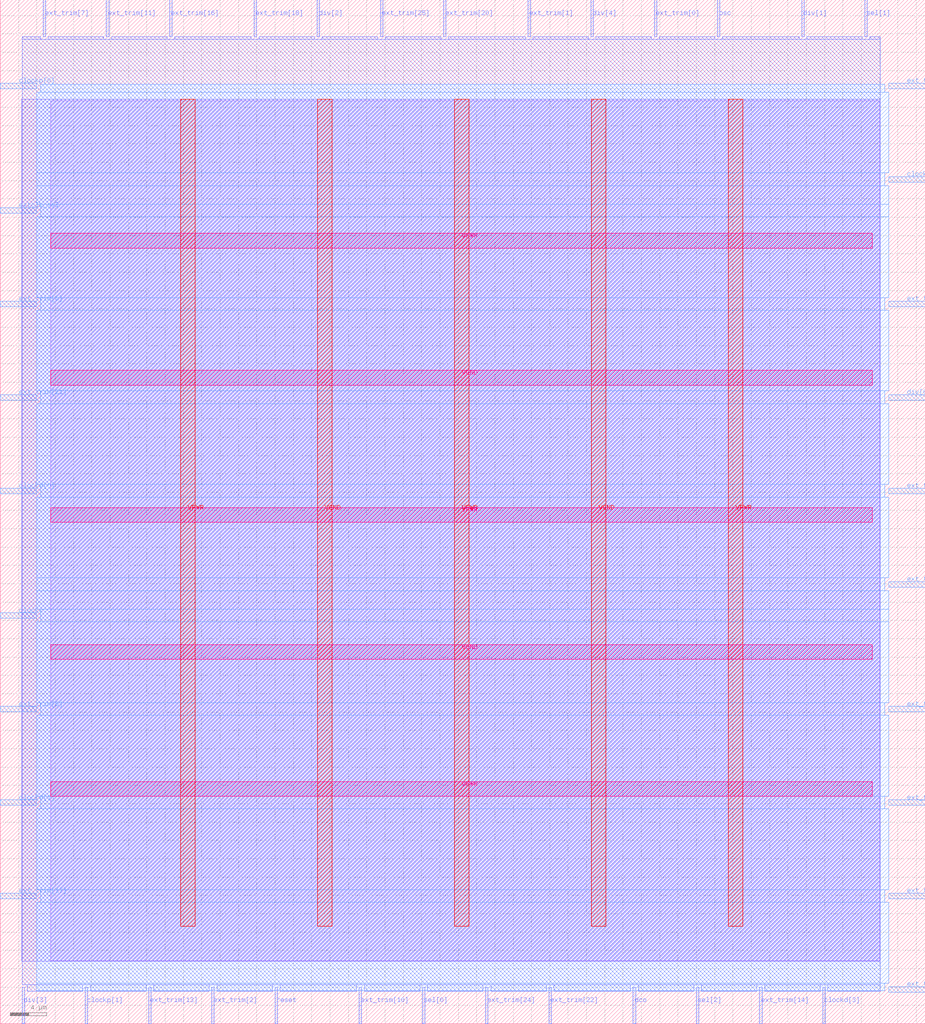
<source format=lef>
VERSION 5.7 ;
  NOWIREEXTENSIONATPIN ON ;
  DIVIDERCHAR "/" ;
  BUSBITCHARS "[]" ;
MACRO digital_pll
  CLASS BLOCK ;
  FOREIGN digital_pll ;
  ORIGIN 0.000 0.000 ;
  SIZE 100.980 BY 111.700 ;
  PIN clockc
    DIRECTION OUTPUT TRISTATE ;
    USE SIGNAL ;
    PORT
      LAYER met3 ;
        RECT 0.000 44.240 4.000 44.840 ;
    END
  END clockc
  PIN clockd[0]
    DIRECTION OUTPUT TRISTATE ;
    USE SIGNAL ;
    PORT
      LAYER met3 ;
        RECT 0.000 57.840 4.000 58.440 ;
    END
  END clockd[0]
  PIN clockd[1]
    DIRECTION OUTPUT TRISTATE ;
    USE SIGNAL ;
    PORT
      LAYER met3 ;
        RECT 0.000 23.840 4.000 24.440 ;
    END
  END clockd[1]
  PIN clockd[2]
    DIRECTION OUTPUT TRISTATE ;
    USE SIGNAL ;
    PORT
      LAYER met3 ;
        RECT 96.980 91.840 100.980 92.440 ;
    END
  END clockd[2]
  PIN clockd[3]
    DIRECTION OUTPUT TRISTATE ;
    USE SIGNAL ;
    PORT
      LAYER met2 ;
        RECT 89.790 0.000 90.070 4.000 ;
    END
  END clockd[3]
  PIN clockp[0]
    DIRECTION OUTPUT TRISTATE ;
    USE SIGNAL ;
    PORT
      LAYER met3 ;
        RECT 0.000 102.040 4.000 102.640 ;
    END
  END clockp[0]
  PIN clockp[1]
    DIRECTION OUTPUT TRISTATE ;
    USE SIGNAL ;
    PORT
      LAYER met2 ;
        RECT 9.290 0.000 9.570 4.000 ;
    END
  END clockp[1]
  PIN dco
    DIRECTION INPUT ;
    USE SIGNAL ;
    PORT
      LAYER met2 ;
        RECT 69.090 0.000 69.370 4.000 ;
    END
  END dco
  PIN div[0]
    DIRECTION INPUT ;
    USE SIGNAL ;
    PORT
      LAYER met3 ;
        RECT 96.980 68.040 100.980 68.640 ;
    END
  END div[0]
  PIN div[1]
    DIRECTION INPUT ;
    USE SIGNAL ;
    PORT
      LAYER met2 ;
        RECT 87.490 107.700 87.770 111.700 ;
    END
  END div[1]
  PIN div[2]
    DIRECTION INPUT ;
    USE SIGNAL ;
    PORT
      LAYER met2 ;
        RECT 34.590 107.700 34.870 111.700 ;
    END
  END div[2]
  PIN div[3]
    DIRECTION INPUT ;
    USE SIGNAL ;
    PORT
      LAYER met2 ;
        RECT 2.390 0.000 2.670 4.000 ;
    END
  END div[3]
  PIN div[4]
    DIRECTION INPUT ;
    USE SIGNAL ;
    PORT
      LAYER met2 ;
        RECT 64.490 107.700 64.770 111.700 ;
    END
  END div[4]
  PIN ext_trim[0]
    DIRECTION INPUT ;
    USE SIGNAL ;
    PORT
      LAYER met2 ;
        RECT 71.390 107.700 71.670 111.700 ;
    END
  END ext_trim[0]
  PIN ext_trim[10]
    DIRECTION INPUT ;
    USE SIGNAL ;
    PORT
      LAYER met2 ;
        RECT 39.190 0.000 39.470 4.000 ;
    END
  END ext_trim[10]
  PIN ext_trim[11]
    DIRECTION INPUT ;
    USE SIGNAL ;
    PORT
      LAYER met2 ;
        RECT 11.590 107.700 11.870 111.700 ;
    END
  END ext_trim[11]
  PIN ext_trim[12]
    DIRECTION INPUT ;
    USE SIGNAL ;
    PORT
      LAYER met3 ;
        RECT 96.980 23.840 100.980 24.440 ;
    END
  END ext_trim[12]
  PIN ext_trim[13]
    DIRECTION INPUT ;
    USE SIGNAL ;
    PORT
      LAYER met2 ;
        RECT 16.190 0.000 16.470 4.000 ;
    END
  END ext_trim[13]
  PIN ext_trim[14]
    DIRECTION INPUT ;
    USE SIGNAL ;
    PORT
      LAYER met2 ;
        RECT 82.890 0.000 83.170 4.000 ;
    END
  END ext_trim[14]
  PIN ext_trim[15]
    DIRECTION INPUT ;
    USE SIGNAL ;
    PORT
      LAYER met3 ;
        RECT 96.980 78.240 100.980 78.840 ;
    END
  END ext_trim[15]
  PIN ext_trim[16]
    DIRECTION INPUT ;
    USE SIGNAL ;
    PORT
      LAYER met2 ;
        RECT 18.490 107.700 18.770 111.700 ;
    END
  END ext_trim[16]
  PIN ext_trim[17]
    DIRECTION INPUT ;
    USE SIGNAL ;
    PORT
      LAYER met3 ;
        RECT 0.000 13.640 4.000 14.240 ;
    END
  END ext_trim[17]
  PIN ext_trim[18]
    DIRECTION INPUT ;
    USE SIGNAL ;
    PORT
      LAYER met2 ;
        RECT 27.690 107.700 27.970 111.700 ;
    END
  END ext_trim[18]
  PIN ext_trim[19]
    DIRECTION INPUT ;
    USE SIGNAL ;
    PORT
      LAYER met3 ;
        RECT 96.980 47.640 100.980 48.240 ;
    END
  END ext_trim[19]
  PIN ext_trim[1]
    DIRECTION INPUT ;
    USE SIGNAL ;
    PORT
      LAYER met2 ;
        RECT 57.590 107.700 57.870 111.700 ;
    END
  END ext_trim[1]
  PIN ext_trim[20]
    DIRECTION INPUT ;
    USE SIGNAL ;
    PORT
      LAYER met2 ;
        RECT 48.390 107.700 48.670 111.700 ;
    END
  END ext_trim[20]
  PIN ext_trim[21]
    DIRECTION INPUT ;
    USE SIGNAL ;
    PORT
      LAYER met3 ;
        RECT 0.000 68.040 4.000 68.640 ;
    END
  END ext_trim[21]
  PIN ext_trim[22]
    DIRECTION INPUT ;
    USE SIGNAL ;
    PORT
      LAYER met2 ;
        RECT 59.890 0.000 60.170 4.000 ;
    END
  END ext_trim[22]
  PIN ext_trim[23]
    DIRECTION INPUT ;
    USE SIGNAL ;
    PORT
      LAYER met3 ;
        RECT 96.980 102.040 100.980 102.640 ;
    END
  END ext_trim[23]
  PIN ext_trim[24]
    DIRECTION INPUT ;
    USE SIGNAL ;
    PORT
      LAYER met2 ;
        RECT 52.990 0.000 53.270 4.000 ;
    END
  END ext_trim[24]
  PIN ext_trim[25]
    DIRECTION INPUT ;
    USE SIGNAL ;
    PORT
      LAYER met2 ;
        RECT 41.490 107.700 41.770 111.700 ;
    END
  END ext_trim[25]
  PIN ext_trim[2]
    DIRECTION INPUT ;
    USE SIGNAL ;
    PORT
      LAYER met2 ;
        RECT 23.090 0.000 23.370 4.000 ;
    END
  END ext_trim[2]
  PIN ext_trim[3]
    DIRECTION INPUT ;
    USE SIGNAL ;
    PORT
      LAYER met3 ;
        RECT 96.980 34.040 100.980 34.640 ;
    END
  END ext_trim[3]
  PIN ext_trim[4]
    DIRECTION INPUT ;
    USE SIGNAL ;
    PORT
      LAYER met3 ;
        RECT 96.980 3.440 100.980 4.040 ;
    END
  END ext_trim[4]
  PIN ext_trim[5]
    DIRECTION INPUT ;
    USE SIGNAL ;
    PORT
      LAYER met3 ;
        RECT 96.980 57.840 100.980 58.440 ;
    END
  END ext_trim[5]
  PIN ext_trim[6]
    DIRECTION INPUT ;
    USE SIGNAL ;
    PORT
      LAYER met3 ;
        RECT 0.000 78.240 4.000 78.840 ;
    END
  END ext_trim[6]
  PIN ext_trim[7]
    DIRECTION INPUT ;
    USE SIGNAL ;
    PORT
      LAYER met2 ;
        RECT 4.690 107.700 4.970 111.700 ;
    END
  END ext_trim[7]
  PIN ext_trim[8]
    DIRECTION INPUT ;
    USE SIGNAL ;
    PORT
      LAYER met3 ;
        RECT 0.000 34.040 4.000 34.640 ;
    END
  END ext_trim[8]
  PIN ext_trim[9]
    DIRECTION INPUT ;
    USE SIGNAL ;
    PORT
      LAYER met3 ;
        RECT 96.980 13.640 100.980 14.240 ;
    END
  END ext_trim[9]
  PIN extclk_sel
    DIRECTION INPUT ;
    USE SIGNAL ;
    PORT
      LAYER met3 ;
        RECT 0.000 88.440 4.000 89.040 ;
    END
  END extclk_sel
  PIN osc
    DIRECTION INPUT ;
    USE SIGNAL ;
    PORT
      LAYER met2 ;
        RECT 78.290 107.700 78.570 111.700 ;
    END
  END osc
  PIN reset
    DIRECTION INPUT ;
    USE SIGNAL ;
    PORT
      LAYER met2 ;
        RECT 29.990 0.000 30.270 4.000 ;
    END
  END reset
  PIN sel[0]
    DIRECTION INPUT ;
    USE SIGNAL ;
    PORT
      LAYER met2 ;
        RECT 46.090 0.000 46.370 4.000 ;
    END
  END sel[0]
  PIN sel[1]
    DIRECTION INPUT ;
    USE SIGNAL ;
    PORT
      LAYER met2 ;
        RECT 94.390 107.700 94.670 111.700 ;
    END
  END sel[1]
  PIN sel[2]
    DIRECTION INPUT ;
    USE SIGNAL ;
    PORT
      LAYER met2 ;
        RECT 75.990 0.000 76.270 4.000 ;
    END
  END sel[2]
  PIN VPWR
    DIRECTION INOUT ;
    USE POWER ;
    PORT
      LAYER met4 ;
        RECT 79.470 10.640 81.070 100.880 ;
    END
  END VPWR
  PIN VPWR
    DIRECTION INOUT ;
    USE POWER ;
    PORT
      LAYER met4 ;
        RECT 49.570 10.640 51.170 100.880 ;
    END
  END VPWR
  PIN VPWR
    DIRECTION INOUT ;
    USE POWER ;
    PORT
      LAYER met4 ;
        RECT 19.670 10.640 21.270 100.880 ;
    END
  END VPWR
  PIN VPWR
    DIRECTION INOUT ;
    USE POWER ;
    PORT
      LAYER met5 ;
        RECT 5.520 84.640 95.220 86.240 ;
    END
  END VPWR
  PIN VPWR
    DIRECTION INOUT ;
    USE POWER ;
    PORT
      LAYER met5 ;
        RECT 5.520 54.720 95.220 56.320 ;
    END
  END VPWR
  PIN VPWR
    DIRECTION INOUT ;
    USE POWER ;
    PORT
      LAYER met5 ;
        RECT 5.520 24.800 95.220 26.400 ;
    END
  END VPWR
  PIN VGND
    DIRECTION INOUT ;
    USE GROUND ;
    PORT
      LAYER met4 ;
        RECT 64.520 10.640 66.120 100.880 ;
    END
  END VGND
  PIN VGND
    DIRECTION INOUT ;
    USE GROUND ;
    PORT
      LAYER met4 ;
        RECT 34.620 10.640 36.220 100.880 ;
    END
  END VGND
  PIN VGND
    DIRECTION INOUT ;
    USE GROUND ;
    PORT
      LAYER met5 ;
        RECT 5.520 69.680 95.220 71.280 ;
    END
  END VGND
  PIN VGND
    DIRECTION INOUT ;
    USE GROUND ;
    PORT
      LAYER met5 ;
        RECT 5.520 39.760 95.220 41.360 ;
    END
  END VGND
  OBS
      LAYER li1 ;
        RECT 5.520 6.885 95.995 100.725 ;
      LAYER met1 ;
        RECT 2.370 6.840 96.070 100.880 ;
      LAYER met2 ;
        RECT 2.400 107.420 4.410 107.700 ;
        RECT 5.250 107.420 11.310 107.700 ;
        RECT 12.150 107.420 18.210 107.700 ;
        RECT 19.050 107.420 27.410 107.700 ;
        RECT 28.250 107.420 34.310 107.700 ;
        RECT 35.150 107.420 41.210 107.700 ;
        RECT 42.050 107.420 48.110 107.700 ;
        RECT 48.950 107.420 57.310 107.700 ;
        RECT 58.150 107.420 64.210 107.700 ;
        RECT 65.050 107.420 71.110 107.700 ;
        RECT 71.950 107.420 78.010 107.700 ;
        RECT 78.850 107.420 87.210 107.700 ;
        RECT 88.050 107.420 94.110 107.700 ;
        RECT 94.950 107.420 96.050 107.700 ;
        RECT 2.400 4.280 96.050 107.420 ;
        RECT 2.950 3.555 9.010 4.280 ;
        RECT 9.850 3.555 15.910 4.280 ;
        RECT 16.750 3.555 22.810 4.280 ;
        RECT 23.650 3.555 29.710 4.280 ;
        RECT 30.550 3.555 38.910 4.280 ;
        RECT 39.750 3.555 45.810 4.280 ;
        RECT 46.650 3.555 52.710 4.280 ;
        RECT 53.550 3.555 59.610 4.280 ;
        RECT 60.450 3.555 68.810 4.280 ;
        RECT 69.650 3.555 75.710 4.280 ;
        RECT 76.550 3.555 82.610 4.280 ;
        RECT 83.450 3.555 89.510 4.280 ;
        RECT 90.350 3.555 96.050 4.280 ;
      LAYER met3 ;
        RECT 4.400 101.640 96.580 102.505 ;
        RECT 4.000 92.840 96.980 101.640 ;
        RECT 4.000 91.440 96.580 92.840 ;
        RECT 4.000 89.440 96.980 91.440 ;
        RECT 4.400 88.040 96.980 89.440 ;
        RECT 4.000 79.240 96.980 88.040 ;
        RECT 4.400 77.840 96.580 79.240 ;
        RECT 4.000 69.040 96.980 77.840 ;
        RECT 4.400 67.640 96.580 69.040 ;
        RECT 4.000 58.840 96.980 67.640 ;
        RECT 4.400 57.440 96.580 58.840 ;
        RECT 4.000 48.640 96.980 57.440 ;
        RECT 4.000 47.240 96.580 48.640 ;
        RECT 4.000 45.240 96.980 47.240 ;
        RECT 4.400 43.840 96.980 45.240 ;
        RECT 4.000 35.040 96.980 43.840 ;
        RECT 4.400 33.640 96.580 35.040 ;
        RECT 4.000 24.840 96.980 33.640 ;
        RECT 4.400 23.440 96.580 24.840 ;
        RECT 4.000 14.640 96.980 23.440 ;
        RECT 4.400 13.240 96.580 14.640 ;
        RECT 4.000 4.440 96.980 13.240 ;
        RECT 4.000 3.575 96.580 4.440 ;
  END
END digital_pll
END LIBRARY


</source>
